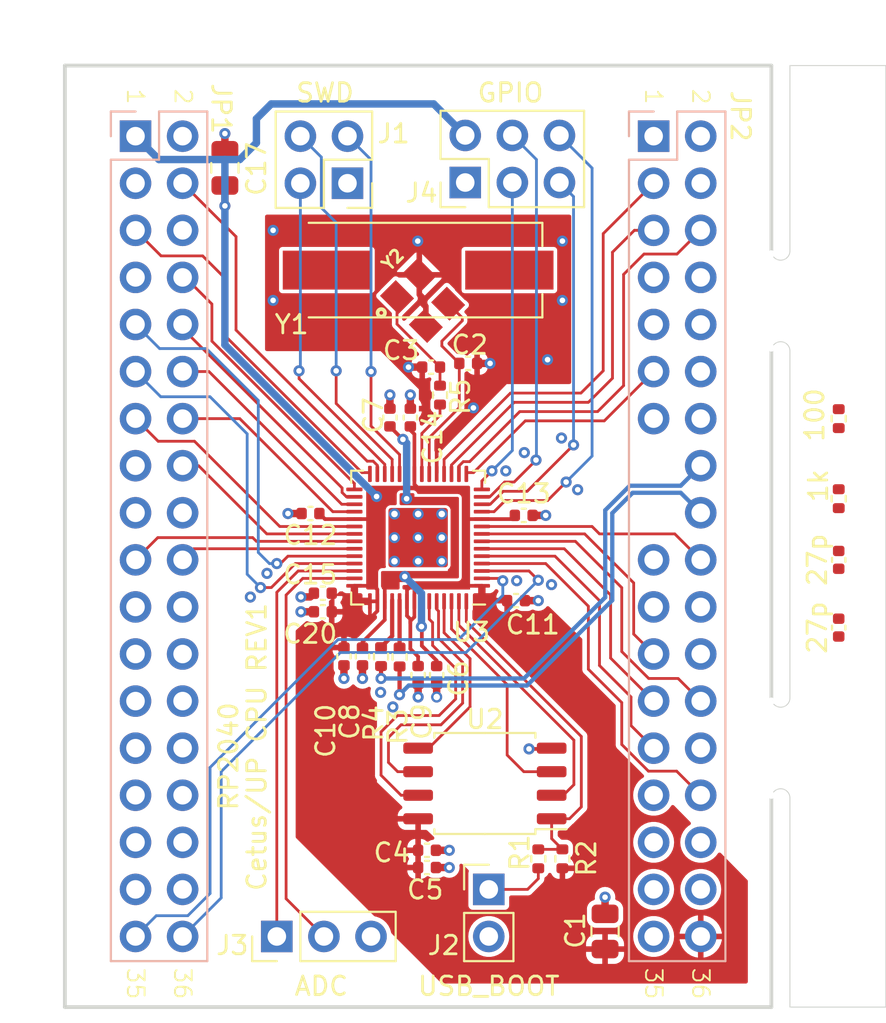
<source format=kicad_pcb>
(kicad_pcb (version 20221018) (generator pcbnew)
  (title_block (title "RP2040 Minimal Design Example") (date "2020-07-13") (rev "REV1") (company "Raspberry Pi (Trading) Ltd"))
  (layers (0 "F.Cu" signal) (1 "In1.Cu" signal) (2 "In2.Cu" signal) (31 "B.Cu" signal) (34 "B.Paste" user) (35 "F.Paste" user) (36 "B.SilkS" user "B.Silkscreen") (37 "F.SilkS" user "F.Silkscreen") (38 "B.Mask" user) (39 "F.Mask" user) (44 "Edge.Cuts" user))
  (net 0 "")
  (net 1 "GND")
  (net 2 "/XIN")
  (net 3 "/XOUT")
  (net 4 "+3V3")
  (net 5 "+1V1")
  (net 6 "/~{USB_BOOT}")
  (net 7 "/GPIO28_ADC2")
  (net 8 "/RUN")
  (net 9 "/SWD")
  (net 10 "/SWCLK")
  (net 11 "/QSPI_SS")
  (net 14 "/QSPI_SD3")
  (net 15 "/QSPI_SCLK")
  (net 16 "/QSPI_SD0")
  (net 17 "/QSPI_SD2")
  (net 18 "/QSPI_SD1")
  (net 19 "/USB_D+")
  (net 20 "/USB_D-")
  (net 22 "/BUZZER")
  (net 24 "/EXT_TEMP")
  (net 25 "/BED_TEMP")
  (net 26 "/MOTOR_PWR")
  (net 29 "/DIR_X")
  (net 36 "/DIR_E")
  (net 37 "/LIM_Y")
  (net 38 "/BTN")
  (net 39 "/DOOR")
  (net 41 "/LED")
  (net 42 "/AMP_MOD1")
  (net 43 "/AMP_MOD2")
  (net 44 "/EXT_HEAT")
  (net 45 "/BED_HEAT")
  (net 47 "/STEP_X")
  (net 54 "/STEP_E")
  (net 57 "/INP")
  (net 59 "/STEP_Y")
  (net 60 "/DIR_Y")
  (net 65 "/LIGHT")
  (net 72 "/LIM_X")
  (net 74 "/LIM_Z")
  (net 76 "/STEP_Z")
  (net 77 "/DIR_Z")
  (net 80 "Net-(U3-USB_DP)")
  (net 81 "Net-(U3-USB_DM)")
  (net 82 "/GPIO29_ADC3")
  (net 89 "/GPIO5")
  (net 90 "/GPIO4")
  (net 91 "/GPIO3")
  (net 92 "/GPIO2")
  (net 93 "Net-(C3-Pad1)")
  (footprint "Connector_PinHeader_2.54mm:PinHeader_1x02_P2.54mm_Vertical" (layer "F.Cu") (at 163.83 119.38)
    (fp_text reference "J2")
    (fp_text value "Conn_01x02")
  )
  (footprint "Capacitor_SMD:C_0402_1005Metric" (layer "F.Cu") (at 156.02 106.81 -90)
    (fp_text reference "C10")
    (fp_text value "2.2u")
  )
  (footprint "Capacitor_SMD:C_0402_1005Metric" (layer "F.Cu") (at 157.02 106.81 -90)
    (fp_text reference "C8")
    (fp_text value "2.2u")
  )
  (footprint "Capacitor_SMD:C_0402_1005Metric" (layer "F.Cu") (at 165.715 99.2)
    (fp_text reference "C13")
    (fp_text value "100n")
  )
  (footprint "Capacitor_SMD:C_0402_1005Metric" (layer "F.Cu") (at 160.5 117.27)
    (fp_text reference "C5")
    (fp_text value "100n")
  )
  (footprint "Resistor_SMD:R_0402_1005Metric" (layer "F.Cu") (at 167.8 117.73 90)
    (fp_text reference "R2")
    (fp_text value "DNF")
  )
  (footprint "Package_SO:SOIC-8_5.23x5.23mm_P1.27mm" (layer "F.Cu") (at 163.62 113.665 180)
    (fp_text reference "U2")
    (fp_text value "W25Q128JVS")
  )
  (footprint "Capacitor_SMD:C_0402_1005Metric" (layer "F.Cu") (at 160.72 91.2 180)
    (fp_text reference "C3")
    (fp_text value "30p")
  )
  (footprint "Resistor_SMD:R_0402_1005Metric" (layer "F.Cu") (at 166.5 117.73 -90)
    (fp_text reference "R1")
    (fp_text value "1k")
  )
  (footprint "Capacitor_SMD:C_0402_1005Metric" (layer "F.Cu") (at 160.02 107.81 -90)
    (fp_text reference "C9")
    (fp_text value "100n")
  )
  (footprint "Capacitor_SMD:C_0402_1005Metric" (layer "F.Cu") (at 154.215 99.1 180)
    (fp_text reference "C12")
    (fp_text value "100n")
  )
  (footprint "Capacitor_SMD:C_0402_1005Metric" (layer "F.Cu") (at 159.6 93.92 90)
    (fp_text reference "C14")
    (fp_text value "100n")
  )
  (footprint "Resistor_SMD:R_0402_1005Metric" (layer "F.Cu") (at 159.02 106.84 90)
    (fp_text reference "R3")
    (fp_text value "22")
  )
  (footprint "Capacitor_SMD:C_0402_1005Metric" (layer "F.Cu") (at 158.5 93.92 90)
    (fp_text reference "C7")
    (fp_text value "100n")
  )
  (footprint "Capacitor_SMD:C_0402_1005Metric" (layer "F.Cu") (at 165.3 103.8)
    (fp_text reference "C11")
    (fp_text value "100n")
  )
  (footprint "RP2040_minimal:RP2040-QFN-56" (layer "F.Cu") (at 160.02 100.4 180)
    (fp_text reference "U3")
    (fp_text value "RP2040")
  )
  (footprint "Capacitor_SMD:C_0402_1005Metric" (layer "F.Cu") (at 162.72 91)
    (fp_text reference "C2")
    (fp_text value "30p")
  )
  (footprint "Resistor_SMD:R_0402_1005Metric" (layer "F.Cu") (at 158.02 106.82 90)
    (fp_text reference "R4")
    (fp_text value "22")
  )
  (footprint "Capacitor_SMD:C_0402_1005Metric" (layer "F.Cu") (at 161.02 107.81 -90)
    (fp_text reference "C6")
    (fp_text value "100n")
  )
  (footprint "Capacitor_SMD:C_0402_1005Metric" (layer "F.Cu") (at 154.88 103.4 180)
    (fp_text reference "C15")
    (fp_text value "100n")
  )
  (footprint "Resistor_SMD:R_0402_1005Metric" (layer "F.Cu") (at 161.2 92.71 90)
    (fp_text reference "R5")
    (fp_text value "470")
  )
  (footprint "RP2040_minimal:Crystal_SMD_HC49-US" (layer "F.Cu") (at 160.02 85.966 180)
    (fp_text reference "Y1")
    (fp_text value "ABLS-12.000MHZ-B4-T")
  )
  (footprint "Capacitor_SMD:C_0805_2012Metric" (layer "F.Cu") (at 149.6 80.45 90)
    (fp_text reference "C17")
    (fp_text value "47u")
  )
  (footprint "Resistor_SMD:R_0402_1005Metric" (layer "F.Cu") (at 182.7 93.98 90)
    (fp_text reference "R6" hide)
    (fp_text value "100")
  )
  (footprint "Capacitor_SMD:C_0402_1005Metric" (layer "F.Cu") (at 182.7 105.255 -90)
    (fp_text reference "C16" hide)
    (fp_text value "27p")
  )
  (footprint "Capacitor_SMD:C_0402_1005Metric" (layer "F.Cu") (at 182.7 101.6 -90)
    (fp_text reference "C18" hide)
    (fp_text value "27p")
  )
  (footprint "Resistor_SMD:R_0402_1005Metric" (layer "F.Cu") (at 182.7 98.3 90)
    (fp_text reference "R7" hide)
    (fp_text value "1k")
  )
  (footprint "Capacitor_SMD:C_0402_1005Metric" (layer "F.Cu") (at 154.88 104.4 180)
    (fp_text reference "C20")
    (fp_text value "100n")
  )
  (footprint "Connector_PinHeader_2.54mm:PinHeader_1x03_P2.54mm_Vertical" (layer "F.Cu") (at 152.4 121.92 90)
    (fp_text reference "J3")
    (fp_text value "Conn_01x02")
  )
  (footprint "Capacitor_SMD:C_0805_2012Metric" (layer "F.Cu") (at 170.1 121.65 90)
    (fp_text reference "C1")
    (fp_text value "47u")
  )
  (footprint "RP2040_minimal:mouse-bite-1mm-slot_singlesided" (layer "F.Cu") (at 179.57 111.76 90)
    (fp_text reference "mouse-bite-2mm-slot" hide)
    (fp_text value "VAL**" hide)
  )
  (footprint "Connector_PinHeader_2.54mm:PinHeader_2x03_P2.54mm_Vertical" (layer "F.Cu") (at 162.56 81.24 90)
    (fp_text reference "J4")
    (fp_text value "Conn_02x03_Odd_Even")
  )
  (footprint "Connector_PinHeader_2.54mm:PinHeader_2x02_P2.54mm_Vertical" (layer "F.Cu") (at 156.21 81.28 180)
    (fp_text reference "J1")
    (fp_text value "Conn_01x03")
  )
  (footprint "Capacitor_SMD:C_0402_1005Metric" (layer "F.Cu") (at 160.5 118.2)
    (fp_text reference "C4")
    (fp_text value "2.2u")
  )
  (footprint "X322516MLB4SI:OSC_X322516MLB4SI" (layer "F.Cu") (at 160.26 87.6 45)
    (fp_text reference "Y2")
    (fp_text value "X322516MLB4SI")
  )
  (footprint "RP2040_minimal:mouse-bite-1mm-slot_singlesided" (layer "F.Cu") (at 179.57 87.63 90)
    (fp_text reference "mouse-bite-2mm-slot" hide)
    (fp_text value "VAL**" hide)
  )
  (footprint "RP2040_minimal:PinHeader_2x18_P2.54mm_Vertical_backside" (layer "B.Cu") (at 147.32 78.74 180)
    (fp_text reference "JP1")
    (fp_text value "Conn_02x18_Odd_Even")
  )
  (footprint "RP2040_minimal:PinHeader_2x18_P2.54mm_Vertical_backside_pads15+17_removed" (layer "B.Cu") (at 175.26 78.74 180)
    (fp_text reference "JP2")
    (fp_text value "Conn_02x18_Odd_Even")
  )
  (gr_line (start 179.07 125.73) (end 140.97 125.73) (stroke (width 0.2)) (layer "Edge.Cuts"))
  (gr_line (start 179.07 74.93) (end 179.07 84.93) (stroke (width 0.2)) (layer "Edge.Cuts"))
  (gr_line (start 179.07 90.33) (end 179.07 109.05) (stroke (width 0.2)) (layer "Edge.Cuts"))
  (gr_line (start 179.07 114.45) (end 179.07 125.73) (stroke (width 0.2)) (layer "Edge.Cuts"))
  (gr_line (start 140.97 74.93) (end 179.07 74.93) (stroke (width 0.2)) (layer "Edge.Cuts"))
  (gr_line (start 140.97 125.73) (end 140.97 74.93) (stroke (width 0.2)) (layer "Edge.Cuts"))
  (gr_line (start 180.07 90.33) (end 180.07 109.05) (stroke (width 0.05)) (layer "Edge.Cuts"))
  (gr_line (start 180.07 74.93) (end 180.07 84.93) (stroke (width 0.05)) (layer "Edge.Cuts"))
  (gr_line (start 185.24 74.93) (end 180.07 74.93) (stroke (width 0.05)) (layer "Edge.Cuts"))
  (gr_line (start 180.07 114.45) (end 180.07 125.73) (stroke (width 0.05)) (layer "Edge.Cuts"))
  (gr_arc (start 179.07 90.33) (mid 179.57 89.83) (end 180.07 90.33) (stroke (width 0.05)) (layer "Edge.Cuts"))
  (gr_line (start 185.24 125.73) (end 185.24 74.93) (stroke (width 0.05)) (layer "Edge.Cuts"))
  (gr_arc (start 179.07 114.45) (mid 179.57 113.95) (end 180.07 114.45) (stroke (width 0.05)) (layer "Edge.Cuts"))
  (gr_line (start 180.07 125.73) (end 185.24 125.73) (stroke (width 0.05)) (layer "Edge.Cuts"))
  (gr_arc (start 180.07 109.05) (mid 179.57 109.55) (end 179.07 109.05) (stroke (width 0.05)) (layer "Edge.Cuts"))
  (gr_arc (start 180.07 84.93) (mid 179.57 85.43) (end 179.07 84.93) (stroke (width 0.05)) (layer "Edge.Cuts"))
  (gr_text "35" (at 144.78 124.46 -90) (layer "F.SilkS") (effects (font (size 0.9 0.9) (thickness 0.1))))
  (gr_text "2" (at 175.26 76.6 -90) (layer "F.SilkS") (effects (font (size 0.9 0.9) (thickness 0.1))))
  (gr_text "35" (at 172.72 124.46 -90) (layer "F.SilkS") (effects (font (size 0.9 0.9) (thickness 0.1))))
  (gr_text "36" (at 147.32 124.46 -90) (layer "F.SilkS") (effects (font (size 0.9 0.9) (thickness 0.1))))
  (gr_text "36" (at 175.26 124.46 -90) (layer "F.SilkS") (effects (font (size 0.9 0.9) (thickness 0.1))))
  (gr_text "RP2040" (at 149.8 112.2 90) (layer "F.SilkS") (effects (font (size 1 1))))
  (gr_text "GPIO" (at 165 76.4) (layer "F.SilkS") (effects (font (size 1 1))))
  (gr_text "ADC" (at 154.8 124.6) (layer "F.SilkS") (effects (font (size 1 1))))
  (gr_text "SWD" (at 155 76.4) (layer "F.SilkS") (effects (font (size 1 1))))
  (gr_text "1" (at 172.72 76.6 -90) (layer "F.SilkS") (effects (font (size 0.9 0.9) (thickness 0.1))))
  (gr_text "USB_BOOT" (at 163.83 124.6) (layer "F.SilkS") (effects (font (size 1 1))))
  (gr_text "Cetus/UP CPU REV1" (at 151.324 111.692 90) (layer "F.SilkS") (effects (font (size 1 1))))
  (gr_text "2" (at 147.35 76.6 -90) (layer "F.SilkS") (effects (font (size 0.9 0.9) (thickness 0.1))))
  (gr_text "1" (at 144.78 76.6 -90) (layer "F.SilkS") (effects (font (size 0.9 0.9) (thickness 0.1))))
  (segment (start 159.6 92.7) (end 159.6 93.44) (width 0.4) (layer "F.Cu") (net 1))
  (segment (start 160.98 118.2) (end 161.7 118.2) (width 0.4) (layer "F.Cu") (net 1))
  (segment (start 170.1 120.7) (end 170.1 119.8) (width 0.4) (layer "F.Cu") (net 1))
  (segment (start 153.6625 99.1) (end 153 99.1) (width 0.4) (layer "F.Cu") (net 1))
  (segment (start 156.02 107.29) (end 156.02 108) (width 0.4) (layer "F.Cu") (net 1))
  (segment (start 161.02 96.8925) (end 161.02 95.38) (width 0.2) (layer "F.Cu") (net 1))
  (segment (start 154.2 103.6) (end 154.4 103.4) (width 0.4) (layer "F.Cu") (net 1))
  (segment (start 167.2 111.8) (end 166 111.8) (width 0.2) (layer "F.Cu") (net 1))
  (segment (start 154.35 104.4) (end 153.85 104.4) (width 0.4) (layer "F.Cu") (net 1))
  (segment (start 160.436777 88.036777) (end 160.1 87.7) (width 0.2) (layer "F.Cu") (net 1))
  (segment (start 153.7 103.6) (end 154.2 103.6) (width 0.4) (layer "F.Cu") (net 1))
  (segment (start 160.436777 88.978858) (end 160.436777 88.036777) (width 0.2) (layer "F.Cu") (net 1))
  (segment (start 160.083223 87.183223) (end 160.35 87.45) (width 0.2) (layer "F.Cu") (net 1))
  (segment (start 162.1 87) (end 162.6 87.5) (width 0.2) (layer "F.Cu") (net 1))
  (segment (start 160.083223 86.221142) (end 160.083223 87.183223) (width 0.2) (layer "F.Cu") (net 1))
  (segment (start 160.98 117.27) (end 161.7 117.27) (width 0.4) (layer "F.Cu") (net 1))
  (segment (start 158.5 93.44) (end 158.5 92.7) (width 0.4) (layer "F.Cu") (net 1))
  (segment (start 157.02 107.29) (end 157.02 108) (width 0.4) (layer "F.Cu") (net 1))
  (segment (start 161.02 108.300008) (end 161.02 109) (width 0.4) (layer "F.Cu") (net 1))
  (segment (start 166.195 99.2) (end 166.9 99.2) (width 0.4) (layer "F.Cu") (net 1))
  (segment (start 160.24 91.2) (end 159.5 91.2) (width 0.4) (layer "F.Cu") (net 1))
  (segment (start 163.9 91) (end 163.2 91) (width 0.4) (layer "F.Cu") (net 1))
  (segment (start 161.02 95.38) (end 163 93.4) (width 0.2) (layer "F.Cu") (net 1))
  (segment (start 160.02 108.3) (end 160.02 109) (width 0.4) (layer "F.Cu") (net 1))
  (segment (start 157.9 87) (end 157.6 87.3) (width 0.2) (layer "F.Cu") (net 1))
  (segment (start 149.6 79.5) (end 149.6 78.6) (width 0.4) (layer "F.Cu") (net 1))
  (segment (start 165.8 103.8) (end 166.5 103.8) (width 0.4) (layer "F.Cu") (net 1))
  (via (at 152.2 83.82) (size 0.6) (drill 0.3) (layers "F.Cu" "B.Cu") (net 1))
  (via (at 167.8 84.4) (size 0.6) (drill 0.3) (layers "F.Cu" "B.Cu") (net 1))
  (via (at 167.8 87.6) (size 0.6) (drill 0.3) (layers "F.Cu" "B.Cu") (net 1))
  (via (at 163.9 91) (size 0.6) (drill 0.3) (layers "F.Cu" "B.Cu") (net 1))
  (via (at 153.7 104.4) (size 0.6) (drill 0.3) (layers "F.Cu" "B.Cu") (net 1))
  (via (at 159.6 92.7) (size 0.6) (drill 0.3) (layers "F.Cu" "B.Cu") (net 1))
  (via (at 152.2 87.6) (size 0.6) (drill 0.3) (layers "F.Cu" "B.Cu") (net 1))
  (via (at 167 90.8) (size 0.6) (drill 0.3) (layers "F.Cu" "B.Cu") (net 1))
  (via (at 149.6 78.6) (size 0.6) (drill 0.3) (layers "F.Cu" "B.Cu") (net 1))
  (via (at 161.7 117.27) (size 0.6) (drill 0.3) (layers "F.Cu" "B.Cu") (net 1))
  (via (at 166.5 103.8) (size 0.6) (drill 0.3) (layers "F.Cu" "B.Cu") (net 1))
  (via (at 168.623624 97.81575) (size 0.6) (drill 0.3) (layers "F.Cu" "B.Cu") (net 1))
  (via (at 151.870022 102.329978) (size 0.6) (drill 0.3) (layers "F.Cu" "B.Cu") (net 1))
  (via (at 167.750325 95.026267) (size 0.6) (drill 0.3) (layers "F.Cu" "B.Cu") (net 1))
  (via (at 161.02 109) (size 0.6) (drill 0.35) (layers "F.Cu" "B.Cu") (net 1))
  (via (at 166.9 99.2) (size 0.6) (drill 0.3) (layers "F.Cu" "B.Cu") (net 1))
  (via (at 165.745338 95.811342) (size 0.6) (drill 0.3) (layers "F.Cu" "B.Cu") (net 1))
  (via (at 164.749503 96.8) (size 0.6) (drill 0.3) (layers "F.Cu" "B.Cu") (net 1))
  (via (at 158.5 92.7) (size 0.6) (drill 0.3) (layers "F.Cu" "B.Cu") (net 1))
  (via (at 153 99.1) (size 0.6) (drill 0.3) (layers "F.Cu" "B.Cu") (net 1))
  (via (at 157.99503 108.749086) (size 0.6) (drill 0.3) (layers "F.Cu" "B.Cu") (net 1))
  (via (at 163 93.4) (size 0.6) (drill 0.3) (layers "F.Cu" "B.Cu") (net 1))
  (via (at 170.1 119.8) (size 0.6) (drill 0.3) (layers "F.Cu" "B.Cu") (net 1))
  (via (at 153.7 103.6) (size 0.6) (drill 0.3) (layers "F.Cu" "B.Cu") (net 1))
  (via (at 157.02 108) (size 0.6) (drill 0.3) (layers "F.Cu" "B.Cu") (net 1))
  (via (at 160.02 109) (size 0.6) (drill 0.3) (layers "F.Cu" "B.Cu") (net 1))
  (via (at 166 111.8) (size 0.6) (drill 0.3) (layers "F.Cu" "B.Cu") (net 1))
  (via (at 159.5 91.2) (size 0.6) (drill 0.3) (layers "F.Cu" "B.Cu") (net 1))
  (via (at 158.657698 109.534822) (size 0.6) (drill 0.3) (layers "F.Cu" "B.Cu") (net 1))
  (via (at 161.7 118.2) (size 0.6) (drill 0.3) (layers "F.Cu" "B.Cu") (net 1))
  (via (at 156.02 108) (size 0.6) (drill 0.3) (layers "F.Cu" "B.Cu") (net 1))
  (via (at 160 84.4) (size 0.6) (drill 0.3) (layers "F.Cu" "B.Cu") (net 1))
  (via (at 165.335794 102.7245) (size 0.6) (drill 0.3) (layers "F.Cu" "B.Cu") (net 1))
  (via (at 150.972676 103.605429) (size 0.6) (drill 0.3) (layers "F.Cu" "B.Cu") (net 1))
  (via (at 167.211041 102.937014) (size 0.6) (drill 0.3) (layers "F.Cu" "B.Cu") (net 1))
  (segment (start 162.4 88.537919) (end 161.638858 87.776777) (width 0.15) (layer "F.Cu") (net 2))
  (segment (start 160.612132 95.012132) (end 162.24 93.384264) (width 0.15) (layer "F.Cu") (net 2))
  (segment (start 162.24 93.384264) (end 162.24 91) (width 0.15) (layer "F.Cu") (net 2))
  (segment (start 162.4 88.7) (end 162.4 88.537919) (width 0.15) (layer "F.Cu") (net 2))
  (segment (start 160.62 96.8925) (end 160.62 95.02) (width 0.15) (layer "F.Cu") (net 2))
  (segment (start 161.3 89.8) (end 162.4 88.7) (width 0.15) (layer "F.Cu") (net 2))
  (segment (start 161.3 90.06) (end 161.3 89.8) (width 0.15) (layer "F.Cu") (net 2))
  (segment (start 162.24 91) (end 161.3 90.06) (width 0.15) (layer "F.Cu") (net 2))
  (segment (start 160.62 95.02) (end 160.612132 95.012132) (width 0.15) (layer "F.Cu") (net 2))
  (segment (start 160.22 96.8925) (end 160.22 94.78) (width 0.15) (layer "F.Cu") (net 3))
  (segment (start 161.2 93.8) (end 161.2 93.22) (width 0.15) (layer "F.Cu") (net 3))
  (segment (start 160.22 94.78) (end 161.2 93.8) (width 0.15) (layer "F.Cu") (net 3))
  (segment (start 159.82 97.53) (end 159.82 94.82) (width 0.2) (layer "F.Cu") (net 4))
  (segment (start 159.6 104.8) (end 159.6 105) (width 0.2) (layer "F.Cu") (net 4))
  (segment (start 163.4575 103.1) (end 163.4575 103.7575) (width 0.4) (layer "F.Cu") (net 4))
  (segment (start 160.02 117.25) (end 160 117.27) (width 0.2) (layer "F.Cu") (net 4))
  (segment (start 159.6 105) (end 159.6 104.9) (width 0.2) (layer "F.Cu") (net 4))
  (segment (start 157.82 103.2) (end 157.62 103) (width 0.2) (layer "F.Cu") (net 4))
  (segment (start 157.82 104.3625) (end 157.82 103.2) (width 0.2) (layer "F.Cu") (net 4))
  (segment (start 163.4575 103) (end 162.62 103) (width 0.2) (layer "F.Cu") (net 4))
  (segment (start 159.82 104.68) (end 159.82 103.025) (width 0.2) (layer "F.Cu") (net 4))
  (segment (start 157.32 103.8375) (end 156.7625 103.8375) (width 0.4) (layer "F.Cu") (net 4))
  (segment (start 159.62 103.025) (end 159.42 103.225) (width 0.2) (layer "F.Cu") (net 4))
  (segment (start 156.5825 103.1) (end 156.5825 103.6825) (width 0.4) (layer "F.Cu") (net 4))
  (segment (start 156.62 105.5625) (end 157.82 104.3625) (width 0.2) (layer "F.Cu") (net 4))
  (segment (start 156.58125 99.4) (end 157.41875 99.4) (width 0.2) (layer "F.Cu") (net 4))
  (segment (start 159.6 94.6) (end 159.6 94.4) (width 0.2) (layer "F.Cu") (net 4))
  (segment (start 154.9 99.3) (end 154.7 99.1) (width 0.2) (layer "F.Cu") (net 4))
  (segment (start 160.02 106.82) (end 160.02 107.33) (width 0.2) (layer "F.Cu") (net 4))
  (segment (start 156.58125 103) (end 157.41875 103) (width 0.2) (layer "F.Cu") (net 4))
  (segment (start 160.02 97.73) (end 159.82 97.53) (width 0.2) (layer "F.Cu") (net 4))
  (segment (start 163.4575 99.4) (end 162.6 99.4) (width 0.2) (layer "F.Cu") (net 4))
  (segment (start 163.4575 99.4) (end 165.235 99.4) (width 0.2) (layer "F.Cu") (net 4))
  (segment (start 154.995 99.4) (end 154.695 99.1) (width 0.2) (layer "F.Cu") (net 4))
  (segment (start 149.6 81.4) (end 149.6 82.5) (width 0.4) (layer "F.Cu") (net 4))
  (segment (start 159.6 106.4) (end 160.02 106.82) (width 0.2) (layer "F.Cu") (net 4))
  (segment (start 159.42 103.225) (end 159.42 104.62) (width 0.2) (layer "F.Cu") (net 4))
  (segment (start 159.6 105) (end 159.6 106.4) (width 0.2) (layer "F.Cu") (net 4))
  (segment (start 159.82 94.82) (end 159.6 94.6) (width 0.2) (layer "F.Cu") (net 4))
  (segment (start 159.42 104.62) (end 159.6 104.8) (width 0.2) (layer "F.Cu") (net 4))
  (segment (start 159.6 104.9) (end 159.82 104.68) (width 0.2) (layer "F.Cu") (net 4))
  (segment (start 156.5825 99.4) (end 154.995 99.4) (width 0.2) (layer "F.Cu") (net 4))
  (via (at 149.6 82.5) (size 0.6) (drill 0.3) (layers "F.Cu" "B.Cu") (net 4))
  (via (at 157.78 98.18) (size 0.6) (drill 0.3) (layers "F.Cu" "B.Cu") (net 4))
  (segment (start 149.6 90) (end 149.6 82.5) (width 0.4) (layer "B.Cu") (net 4))
  (segment (start 149.6 82.5) (end 149.6 80) (width 0.4) (layer "B.Cu") (net 4))
  (segment (start 146.04 80) (end 149.6 80) (width 0.4) (layer "B.Cu") (net 4))
  (segment (start 149.6 80) (end 150.4 80) (width 0.4) (layer "B.Cu") (net 4))
  (segment (start 144.78 78.74) (end 146.04 80) (width 0.4) (layer "B.Cu") (net 4))
  (segment (start 160.86 77) (end 162.56 78.7) (width 0.4) (layer "B.Cu") (net 4))
  (segment (start 152.1 77) (end 160.86 77) (width 0.4) (layer "B.Cu") (net 4))
  (segment (start 151.3 79.1) (end 151.3 77.8) (width 0.4) (layer "B.Cu") (net 4))
  (segment (start 157.78 98.18) (end 149.6 90) (width 0.4) (layer "B.Cu") (net 4))
  (segment (start 151.3 77.8) (end 152.1 77) (width 0.4) (layer "B.Cu") (net 4))
  (segment (start 150.4 80) (end 151.3 79.1) (width 0.4) (layer "B.Cu") (net 4))
  (segment (start 159.2 95.11) (end 159.42 95.33) (width 0.2) (layer "F.Cu") (net 5))
  (segment (start 160.22 105.18) (end 160.2 105.2) (width 0.2) (layer "F.Cu") (net 5))
  (segment (start 160.22 103.7675) (end 160.22 105.18) (width 0.2) (layer "F.Cu") (net 5))
  (segment (start 158.52 94.4333) (end 158.5233 94.4333) (width 0.2) (layer "F.Cu") (net 5))
  (segment (start 160.22 105.22) (end 160.22 106.235025) (width 0.2) (layer "F.Cu") (net 5))
  (segment (start 159.42 95.33) (end 159.42 96.8925) (width 0.2) (layer "F.Cu") (net 5))
  (segment (start 158.5233 94.4333) (end 159.19 95.1) (width 0.2) (layer "F.Cu") (net 5))
  (segment (start 158.22 103.8755) (end 158.22 103) (width 0.2) (layer "F.Cu") (net 5))
  (segment (start 158.22 104.838) (end 157.02 106.038) (width 0.2) (layer "F.Cu") (net 5))
  (segment (start 159.2 95.1) (end 159.2 95.11) (width 0.2) (layer "F.Cu") (net 5))
  (segment (start 161.02 107.035025) (end 161.02 107.33) (width 0.2) (layer "F.Cu") (net 5))
  (segment (start 157.02 106.038) (end 157.02 106.438) (width 0.2) (layer "F.Cu") (net 5))
  (segment (start 160.2 105.2) (end 160.22 105.22) (width 0.2) (layer "F.Cu") (net 5))
  (segment (start 160.22 106.235025) (end 161.02 107.035025) (width 0.2) (layer "F.Cu") (net 5))
  (segment (start 159.19 95.1) (end 159.2 95.1) (width 0.2) (layer "F.Cu") (net 5))
  (segment (start 158.22 103.8755) (end 158.22 104.838) (width 0.2) (layer "F.Cu") (net 5))
  (via (at 159.2 95.1) (size 0.6) (drill 0.3) (layers "F.Cu" "B.Cu") (net 5))
  (via (at 160.2 105.2) (size 0.6) (drill 0.3) (layers "F.Cu" "B.Cu") (net 5))
  (via (at 159.3 102.5) (size 0.6) (drill 0.3) (layers "F.Cu" "B.Cu") (net 5))
  (via (at 159.4 98.3) (size 0.6) (drill 0.3) (layers "F.Cu" "B.Cu") (net 5))
  (segment (start 160.2 103.4) (end 160.2 105.2) (width 0.4) (layer "B.Cu") (net 5))
  (segment (start 159.3 102.5) (end 160.2 103.4) (width 0.4) (layer "B.Cu") (net 5))
  (segment (start 159.4 98.3) (end 159.4 95.3) (width 0.4) (layer "B.Cu") (net 5))
  (segment (start 159.4 95.3) (end 159.2 95.1) (width 0.4) (layer "B.Cu") (net 5))
  (segment (start 165.92 119.38) (end 163.83 119.38) (width 0.15) (layer "F.Cu") (net 6))
  (segment (start 166.5 118.8) (end 165.92 119.38) (width 0.15) (layer "F.Cu") (net 6))
  (segment (start 166.5 118.24) (end 166.5 118.8) (width 0.15) (layer "F.Cu") (net 6))
  (segment (start 156.5825 102.2) (end 153.55 102.2) (width 0.15) (layer "F.Cu") (net 7))
  (segment (start 152.4 103.35) (end 152.4 121.92) (width 0.15) (layer "F.Cu") (net 7))
  (segment (start 153.55 102.2) (end 152.4 103.35) (width 0.15) (layer "F.Cu") (net 7))
  (segment (start 158.22 96.444264) (end 153.6 91.824264) (width 0.15) (layer "F.Cu") (net 8))
  (segment (start 153.6 91.824264) (end 153.6 91.4) (width 0.15) (layer "F.Cu") (net 8))
  (segment (start 158.22 96.9625) (end 158.22 96.444264) (width 0.15) (layer "F.Cu") (net 8))
  (via (at 153.6 91.4) (size 0.6) (drill 0.3) (layers "F.Cu" "B.Cu") (net 8))
  (segment (start 153.67 91.33) (end 153.67 81.28) (width 0.15) (layer "B.Cu") (net 8))
  (segment (start 153.6 91.4) (end 153.67 91.33) (width 0.15) (layer "B.Cu") (net 8))
  (segment (start 155.6 93.162132) (end 155.6 91.4) (width 0.15) (layer "F.Cu") (net 9))
  (segment (start 158.62 96.182132) (end 155.6 93.162132) (width 0.15) (layer "F.Cu") (net 9))
  (segment (start 158.62 96.9625) (end 158.62 96.182132) (width 0.15) (layer "F.Cu") (net 9))
  (via (at 155.6 91.4) (size 0.6) (drill 0.3) (layers "F.Cu" "B.Cu") (net 9))
  (segment (start 154.8 79.87) (end 153.67 78.74) (width 0.15) (layer "B.Cu") (net 9))
  (segment (start 154.8 82.6) (end 154.8 79.87) (width 0.15) (layer "B.Cu") (net 9))
  (segment (start 155.6 91.4) (end 155.6 83.4) (width 0.15) (layer "B.Cu") (net 9))
  (segment (start 155.6 83.4) (end 154.8 82.6) (width 0.15) (layer "B.Cu") (net 9))
  (segment (start 157.48 94.38) (end 157.48 91.44) (width 0.15) (layer "F.Cu") (net 10))
  (segment (start 159.02 95.92) (end 157.48 94.38) (width 0.15) (layer "F.Cu") (net 10))
  (segment (start 159.02 96.9625) (end 159.02 95.92) (width 0.15) (layer "F.Cu") (net 10))
  (via (at 157.48 91.44) (size 0.6) (drill 0.3) (layers "F.Cu" "B.Cu") (net 10))
  (segment (start 157.48 80.01) (end 156.21 78.74) (width 0.15) (layer "B.Cu") (net 10))
  (segment (start 157.48 91.44) (end 157.48 80.01) (width 0.15) (layer "B.Cu") (net 10))
  (segment (start 167.22 116.64) (end 167.8 117.22) (width 0.15) (layer "F.Cu") (net 11))
  (segment (start 168.82 111.13) (end 168.82 114.93) (width 0.15) (layer "F.Cu") (net 11))
  (segment (start 167.22 115.57) (end 167.22 116.64) (width 0.15) (layer "F.Cu") (net 11))
  (segment (start 167.8 117.22) (end 166.5 117.22) (width 0.15) (layer "F.Cu") (net 11))
  (segment (start 168.82 114.93) (end 168.18 115.57) (width 0.15) (layer "F.Cu") (net 11))
  (segment (start 162.62 104.93) (end 168.82 111.13) (width 0.15) (layer "F.Cu") (net 11))
  (segment (start 168.18 115.57) (end 167.22 115.57) (width 0.15) (layer "F.Cu") (net 11))
  (segment (start 162.62 103.7675) (end 162.62 104.93) (width 0.15) (layer "F.Cu") (net 11))
  (segment (start 162.044 107.4575) (end 162.044 109.106) (width 0.15) (layer "F.Cu") (net 14))
  (segment (start 160.8 106.2135) (end 162.044 107.4575) (width 0.15) (layer "F.Cu") (net 14))
  (segment (start 160.8 104.98) (end 160.8 106.2135) (width 0.15) (layer "F.Cu") (net 14))
  (segment (start 162.044 109.106) (end 161.15 110) (width 0.15) (layer "F.Cu") (net 14))
  (segment (start 158.9 110) (end 158.02 110.88) (width 0.15) (layer "F.Cu") (net 14))
  (segment (start 161.15 110) (end 158.9 110) (width 0.15) (layer "F.Cu") (net 14))
  (segment (start 160.62 104.8) (end 160.8 104.98) (width 0.15) (layer "F.Cu") (net 14))
  (segment (start 158.02 110.88) (end 158.02 113.22) (width 0.15) (layer "F.Cu") (net 14))
  (segment (start 158.02 113.22) (end 159.1 114.3) (width 0.15) (layer "F.Cu") (net 14))
  (segment (start 159.1 114.3) (end 160.02 114.3) (width 0.15) (layer "F.Cu") (net 14))
  (segment (start 160.62 103.7035) (end 160.62 104.8) (width 0.15) (layer "F.Cu") (net 14))
  (segment (start 161.12 105.83) (end 162.42 107.13) (width 0.15) (layer "F.Cu") (net 15))
  (segment (start 158.42 111.18) (end 158.42 112.53) (width 0.15) (layer "F.Cu") (net 15))
  (segment (start 161.02 104.263909) (end 161.12 104.363909) (width 0.15) (layer "F.Cu") (net 15))
  (segment (start 161.02 103.7675) (end 161.02 104.263909) (width 0.15) (layer "F.Cu") (net 15))
  (segment (start 158.92 113.03) (end 160.02 113.03) (width 0.15) (layer "F.Cu") (net 15))
  (segment (start 161.12 104.363909) (end 161.12 105.83) (width 0.15) (layer "F.Cu") (net 15))
  (segment (start 159.1 110.5) (end 158.42 111.18) (width 0.15) (layer "F.Cu") (net 15))
  (segment (start 162.42 109.33) (end 161.25 110.5) (width 0.15) (layer "F.Cu") (net 15))
  (segment (start 161.25 110.5) (end 159.1 110.5) (width 0.15) (layer "F.Cu") (net 15))
  (segment (start 158.42 112.53) (end 158.92 113.03) (width 0.15) (layer "F.Cu") (net 15))
  (segment (start 162.42 107.13) (end 162.42 109.33) (width 0.15) (layer "F.Cu") (net 15))
  (segment (start 161.42 103.7675) (end 161.42 105.53) (width 0.15) (layer "F.Cu") (net 16))
  (segment (start 162.82 109.53) (end 160.59 111.76) (width 0.15) (layer "F.Cu") (net 16))
  (segment (start 160.59 111.76) (end 160.02 111.76) (width 0.15) (layer "F.Cu") (net 16))
  (segment (start 162.82 106.93) (end 162.82 109.53) (width 0.15) (layer "F.Cu") (net 16))
  (segment (start 161.42 105.53) (end 162.82 106.93) (width 0.15) (layer "F.Cu") (net 16))
  (segment (start 164.82 108.33) (end 164.82 112.13) (width 0.15) (layer "F.Cu") (net 17))
  (segment (start 165.72 113.03) (end 167.22 113.03) (width 0.15) (layer "F.Cu") (net 17))
  (segment (start 161.82 103.7675) (end 161.82 105.33) (width 0.15) (layer "F.Cu") (net 17))
  (segment (start 161.82 105.33) (end 164.82 108.33) (width 0.15) (layer "F.Cu") (net 17))
  (segment (start 164.82 112.13) (end 165.72 113.03) (width 0.15) (layer "F.Cu") (net 17))
  (segment (start 168.42 113.73) (end 167.85 114.3) (width 0.15) (layer "F.Cu") (net 18))
  (segment (start 168.42 111.33) (end 168.42 113.73) (width 0.15) (layer "F.Cu") (net 18))
  (segment (start 162.219 105.129) (end 168.42 111.33) (width 0.15) (layer "F.Cu") (net 18))
  (segment (start 167.85 114.3) (end 167.22 114.3) (width 0.15) (layer "F.Cu") (net 18))
  (segment (start 162.219 103.7685) (end 162.219 105.129) (width 0.15) (layer "F.Cu") (net 18))
  (segment (start 159.015749 108.876376) (end 159.02 108.872125) (width 0.23) (layer "F.Cu") (net 19))
  (segment (start 159.02 108.872125) (end 159.02 107.35) (width 0.23) (layer "F.Cu") (net 19))
  (via (at 159.015749 108.876376) (size 0.6) (drill 0.3) (layers "F.Cu" "B.Cu") (net 19))
  (segment (start 170.49 103.7787) (end 170.49 99.078702) (width 0.23) (layer "B.Cu") (net 19))
  (segment (start 159.512125 108.38) (end 165.8887 108.38) (width 0.23) (layer "B.Cu") (net 19))
  (segment (start 171.588702 97.98) (end 174.18 97.98) (width 0.23) (layer "B.Cu") (net 19))
  (segment (start 159.015749 108.876376) (end 159.512125 108.38) (width 0.23) (layer "B.Cu") (net 19))
  (segment (start 174.18 97.98) (end 175.26 99.06) (width 0.23) (layer "B.Cu") (net 19))
  (segment (start 170.49 99.078702) (end 171.588702 97.98) (width 0.23) (layer "B.Cu") (net 19))
  (segment (start 165.8887 108.38) (end 170.49 103.7787) (width 0.23) (layer "B.Cu") (net 19))
  (segment (start 158.02 108) (end 158.02 107.33) (width 0.23) (layer "F.Cu") (net 20))
  (via (at 158.02 108) (size 0.6) (drill 0.3) (layers "F.Cu" "B.Cu") (net 20))
  (segment (start 170.11 103.621298) (end 170.11 98.921298) (width 0.23) (layer "B.Cu") (net 20))
  (segment (start 158.02 108) (end 165.731298 108) (width 0.23) (layer "B.Cu") (net 20))
  (segment (start 171.431298 97.6) (end 174.18 97.6) (width 0.23) (layer "B.Cu") (net 20))
  (segment (start 174.18 97.6) (end 175.26 96.52) (width 0.23) (layer "B.Cu") (net 20))
  (segment (start 165.731298 108) (end 170.11 103.621298) (width 0.23) (layer "B.Cu") (net 20))
  (segment (start 170.11 98.921298) (end 171.431298 97.6) (width 0.23) (layer "B.Cu") (net 20))
  (segment (start 146.16 85.2) (end 144.78 83.82) (width 0.15) (layer "F.Cu") (net 22))
  (segment (start 156.9925 96.8925) (end 149.5 89.4) (width 0.15) (layer "F.Cu") (net 22))
  (segment (start 149.5 86.3) (end 148.4 85.2) (width 0.15) (layer "F.Cu") (net 22))
  (segment (start 149.5 89.4) (end 149.5 86.3) (width 0.15) (layer "F.Cu") (net 22))
  (segment (start 148.4 85.2) (end 146.16 85.2) (width 0.15) (layer "F.Cu") (net 22))
  (segment (start 157.42 96.8925) (end 156.9925 96.8925) (width 0.15) (layer "F.Cu") (net 22))
  (segment (start 153 101.4) (end 156.5825 101.4) (width 0.15) (layer "F.Cu") (net 24))
  (segment (start 152.6 101.8) (end 153 101.4) (width 0.15) (layer "F.Cu") (net 24))
  (segment (start 152.4 101.8) (end 152.6 101.8) (width 0.15) (layer "F.Cu") (net 24))
  (via (at 152.4 101.8) (size 0.6) (drill 0.3) (layers "F.Cu" "B.Cu") (net 24))
  (segment (start 152 101.8) (end 151.4 101.2) (width 0.15) (layer "B.Cu") (net 24))
  (segment (start 148.6 90.2) (end 146.08 90.2) (width 0.15) (layer "B.Cu") (net 24))
  (segment (start 151.4 93) (end 148.6 90.2) (width 0.15) (layer "B.Cu") (net 24))
  (segment (start 146.08 90.2) (end 144.78 88.9) (width 0.15) (layer "B.Cu") (net 24))
  (segment (start 151.4 101.2) (end 151.4 93) (width 0.15) (layer "B.Cu") (net 24))
  (segment (start 152.4 101.8) (end 152 101.8) (width 0.15) (layer "B.Cu") (net 24))
  (segment (start 152.102867 103.094096) (end 153.396963 101.8) (width 0.15) (layer "F.Cu") (net 25))
  (segment (start 151.520665 103.094096) (end 152.102867 103.094096) (width 0.15) (layer "F.Cu") (net 25))
  (segment (start 153.396963 101.8) (end 156.5825 101.8) (width 0.15) (layer "F.Cu") (net 25))
  (via (at 151.520665 103.094096) (size 0.6) (drill 0.3) (layers "F.Cu" "B.Cu") (net 25))
  (segment (start 150.8 94.8) (end 148.8 92.8) (width 0.15) (layer "B.Cu") (net 25))
  (segment (start 151.520665 103.094096) (end 150.8 102.373431) (width 0.15) (layer "B.Cu") (net 25))
  (segment (start 146.14 92.8) (end 144.78 91.44) (width 0.15) (layer "B.Cu") (net 25))
  (segment (start 148.8 92.8) (end 146.14 92.8) (width 0.15) (layer "B.Cu") (net 25))
  (segment (start 150.8 102.373431) (end 150.8 94.8) (width 0.15) (layer "B.Cu") (net 25))
  (segment (start 147.96014 95.2) (end 146 95.2) (width 0.15) (layer "F.Cu") (net 26))
  (segment (start 146 95.2) (end 144.78 93.98) (width 0.15) (layer "F.Cu") (net 26))
  (segment (start 156.5825 99.8) (end 152.56014 99.8) (width 0.15) (layer "F.Cu") (net 26))
  (segment (start 152.56014 99.8) (end 147.96014 95.2) (width 0.15) (layer "F.Cu") (net 26))
  (segment (start 151.3 100.6) (end 151.1 100.4) (width 0.15) (layer "F.Cu") (net 29))
  (segment (start 156.5825 100.6) (end 151.3 100.6) (width 0.15) (layer "F.Cu") (net 29))
  (segment (start 145.98 100.4) (end 144.78 101.6) (width 0.15) (layer "F.Cu") (net 29))
  (segment (start 151.1 100.4) (end 145.98 100.4) (width 0.15) (layer "F.Cu") (net 29))
  (segment (start 164.457412 102.6) (end 163.4575 102.6) (width 0.15) (layer "F.Cu") (net 36))
  (segment (start 164.586304 102.728892) (end 164.457412 102.6) (width 0.15) (layer "F.Cu") (net 36))
  (via (at 164.586304 102.728892) (size 0.6) (drill 0.3) (layers "F.Cu" "B.Cu") (net 36))
  (segment (start 155.7 105.9) (end 148.8 112.8) (width 0.15) (layer "B.Cu") (net 36))
  (segment (start 162.2 105.9) (end 155.7 105.9) (width 0.15) (layer "B.Cu") (net 36))
  (segment (start 148.8 119.6) (end 147.6 120.8) (width 0.15) (layer "B.Cu") (net 36))
  (segment (start 145.9 120.8) (end 144.78 121.92) (width 0.15) (layer "B.Cu") (net 36))
  (segment (start 164.586304 103.513696) (end 162.2 105.9) (width 0.15) (layer "B.Cu") (net 36))
  (segment (start 164.586304 102.728892) (end 164.586304 103.513696) (width 0.15) (layer "B.Cu") (net 36))
  (segment (start 148.8 112.8) (end 148.8 119.6) (width 0.15) (layer "B.Cu") (net 36))
  (segment (start 147.6 120.8) (end 145.9 120.8) (width 0.15) (layer "B.Cu") (net 36))
  (segment (start 161.42 96.8925) (end 161.42 96.18) (width 0.15) (layer "F.Cu") (net 37))
  (segment (start 170 91.4) (end 170 84) (width 0.15) (layer "F.Cu") (net 37))
  (segment (start 170 84) (end 172.72 81.28) (width 0.15) (layer "F.Cu") (net 37))
  (segment (start 161.42 96.18) (end 165 92.6) (width 0.15) (layer "F.Cu") (net 37))
  (segment (start 168.8 92.6) (end 170 91.4) (width 0.15) (layer "F.Cu") (net 37))
  (segment (start 165 92.6) (end 168.8 92.6) (width 0.15) (layer "F.Cu") (net 37))
  (segment (start 167.4 101.4) (end 169.8 103.8) (width 0.15) (layer "F.Cu") (net 38))
  (segment (start 169.8 103.8) (end 169.8 107.3) (width 0.15) (layer "F.Cu") (net 38))
  (segment (start 171.5 110.54) (end 172.72 111.76) (width 0.15) (layer "F.Cu") (net 38))
  (segment (start 171.5 109) (end 171.5 110.54) (width 0.15) (layer "F.Cu") (net 38))
  (segment (start 169.8 107.3) (end 171.5 109) (width 0.15) (layer "F.Cu") (net 38))
  (segment (start 163.4575 101.4) (end 167.4 101.4) (width 0.15) (layer "F.Cu") (net 38))
  (segment (start 157.275 96.275) (end 150.2 89.2) (width 0.15) (layer "F.Cu") (net 39))
  (segment (start 150.2 89.2) (end 150.2 84.16) (width 0.15) (layer "F.Cu") (net 39))
  (segment (start 150.2 84.16) (end 147.32 81.28) (width 0.15) (layer "F.Cu") (net 39))
  (segment (start 157.594264 96.275) (end 157.275 96.275) (width 0.15) (layer "F.Cu") (net 39))
  (segment (start 157.82 96.8925) (end 157.82 96.500736) (width 0.15) (layer "F.Cu") (net 39))
  (segment (start 157.82 96.500736) (end 157.594264 96.275) (width 0.15) (layer "F.Cu") (net 39))
  (segment (start 156.5825 97.8) (end 156.5825 97.4825) (width 0.15) (layer "F.Cu") (net 41))
  (segment (start 147.46 86.36) (end 147.32 86.36) (width 0.15) (layer "F.Cu") (net 41))
  (segment (start 148.9 89.8) (end 148.9 87.8) (width 0.15) (layer "F.Cu") (net 41))
  (segment (start 156.5825 97.4825) (end 148.9 89.8) (width 0.15) (layer "F.Cu") (net 41))
  (segment (start 148.9 87.8) (end 147.46 86.36) (width 0.15) (layer "F.Cu") (net 41))
  (segment (start 147.32 89.12) (end 147.32 88.9) (width 0.15) (layer "F.Cu") (net 42))
  (segment (start 155.92 97.963909) (end 155.92 97.72) (width 0.15) (layer "F.Cu") (net 42))
  (segment (start 155.92 97.72) (end 147.32 89.12) (width 0.15) (layer "F.Cu") (net 42))
  (segment (start 156.156091 98.2) (end 155.92 97.963909) (width 0.15) (layer "F.Cu") (net 42))
  (segment (start 156.5825 98.2) (end 156.156091 98.2) (width 0.15) (layer "F.Cu") (net 42))
  (segment (start 155.9 98.6) (end 148.74 91.44) (width 0.15) (layer "F.Cu") (net 43))
  (segment (start 148.74 91.44) (end 147.32 91.44) (width 0.15) (layer "F.Cu") (net 43))
  (segment (start 156.5825 98.6) (end 155.9 98.6) (width 0.15) (layer "F.Cu") (net 43))
  (segment (start 156.5825 99) (end 155.421188 99) (width 0.15) (layer "F.Cu") (net 44))
  (segment (start 150.401188 93.98) (end 147.32 93.98) (width 0.15) (layer "F.Cu") (net 44))
  (segment (start 155.421188 99) (end 150.401188 93.98) (width 0.15) (layer "F.Cu") (net 44))
  (segment (start 156.5825 100.2) (end 151.86 100.2) (width 0.15) (layer "F.Cu") (net 45))
  (segment (start 151.86 100.2) (end 148.18 96.52) (width 0.15) (layer "F.Cu") (net 45))
  (segment (start 148.18 96.52) (end 147.32 96.52) (width 0.15) (layer "F.Cu") (net 45))
  (segment (start 147.92 101) (end 156.5825 101) (width 0.15) (layer "F.Cu") (net 47))
  (segment (start 147.32 101.6) (end 147.92 101) (width 0.15) (layer "F.Cu") (net 47))
  (segment (start 166.5 102.7) (end 166 102.2) (width 0.15) (layer "F.Cu") (net 54))
  (segment (start 166 102.2) (end 163.4575 102.2) (width 0.15) (layer "F.Cu") (net 54))
  (via (at 166.5 102.7) (size 0.6) (drill 0.3) (layers "F.Cu" "B.Cu") (net 54))
  (segment (start 166.5 102.7) (end 162.6 106.6) (width 0.15) (layer "B.Cu") (net 54))
  (segment (start 162.6 106.6) (end 155.824264 106.6) (width 0.15) (layer "B.Cu") (net 54))
  (segment (start 149.4 113.024264) (end 149.4 119.84) (width 0.15) (layer "B.Cu") (net 54))
  (segment (start 155.824264 106.6) (end 149.4 113.024264) (width 0.15) (layer "B.Cu") (net 54))
  (segment (start 149.4 119.84) (end 147.32 121.92) (width 0.15) (layer "B.Cu") (net 54))
  (segment (start 169.2 107.5) (end 171 109.3) (width 0.15) (layer "F.Cu") (net 57))
  (segment (start 166.9 101.8) (end 169.2 104.1) (width 0.15) (layer "F.Cu") (net 57))
  (segment (start 173.96 113) (end 175.26 114.3) (width 0.15) (layer "F.Cu") (net 57))
  (segment (start 172.43972 113) (end 173.96 113) (width 0.15) (layer "F.Cu") (net 57))
  (segment (start 171 111.56028) (end 172.43972 113) (width 0.15) (layer "F.Cu") (net 57))
  (segment (start 163.4575 101.8) (end 166.9 101.8) (width 0.15) (layer "F.Cu") (net 57))
  (segment (start 169.2 104.1) (end 169.2 107.5) (width 0.15) (layer "F.Cu") (net 57))
  (segment (start 171 109.3) (end 171 111.56028) (width 0.15) (layer "F.Cu") (net 57))
  (segment (start 169.2 93.1) (end 170.5 91.8) (width 0.15) (layer "F.Cu") (net 59))
  (segment (start 165.2 93.1) (end 169.2 93.1) (width 0.15) (layer "F.Cu") (net 59))
  (segment (start 161.82 96.48) (end 165.2 93.1) (width 0.15) (layer "F.Cu") (net 59))
  (segment (start 170.5 85) (end 171.68 83.82) (width 0.15) (layer "F.Cu") (net 59))
  (segment (start 170.5 91.8) (end 170.5 85) (width 0.15) (layer "F.Cu") (net 59))
  (segment (start 161.82 96.8925) (end 161.82 96.48) (width 0.15) (layer "F.Cu") (net 59))
  (segment (start 171.68 83.82) (end 172.72 83.82) (width 0.15) (layer "F.Cu") (net 59))
  (segment (start 162.22 96.536091) (end 162.456091 96.3) (width 0.15) (layer "F.Cu") (net 60))
  (segment (start 165.5 93.6) (end 169.7 93.6) (width 0.15) (layer "F.Cu") (net 60))
  (segment (start 162.456091 96.3) (end 162.8 96.3) (width 0.15) (layer "F.Cu") (net 60))
  (segment (start 171.1 92.2) (end 171.1 86.2) (width 0.15) (layer "F.Cu") (net 60))
  (segment (start 162.8 96.3) (end 165.5 93.6) (width 0.15) (layer "F.Cu") (net 60))
  (segment (start 171.1 86.2) (end 172.2 85.1) (width 0.15) (layer "F.Cu") (net 60))
  (segment (start 172.2 85.1) (end 173.98 85.1) (width 0.15) (layer "F.Cu") (net 60))
  (segment (start 169.7 93.6) (end 171.1 92.2) (width 0.15) (layer "F.Cu") (net 60))
  (segment (start 173.98 85.1) (end 175.26 83.82) (width 0.15) (layer "F.Cu") (net 60))
  (segment (start 162.22 96.8925) (end 162.22 96.536091) (width 0.15) (layer "F.Cu") (net 60))
  (segment (start 162.62 96.8925) (end 163.0075 96.8925) (width 0.15) (layer "F.Cu") (net 65))
  (segment (start 170.06 94.1) (end 172.72 91.44) (width 0.15) (layer "F.Cu") (net 65))
  (segment (start 165.8 94.1) (end 170.06 94.1) (width 0.15) (layer "F.Cu") (net 65))
  (segment (start 163.0075 96.8925) (end 165.8 94.1) (width 0.15) (layer "F.Cu") (net 65))
  (segment (start 169.8 100.2) (end 173.86 100.2) (width 0.15) (layer "F.Cu") (net 72))
  (segment (start 173.86 100.2) (end 175.26 101.6) (width 0.15) (layer "F.Cu") (net 72))
  (segment (start 169.4 99.8) (end 169.8 100.2) (width 0.15) (layer "F.Cu") (net 72))
  (segment (start 163.4575 99.8) (end 169.4 99.8) (width 0.15) (layer "F.Cu") (net 72))
  (segment (start 171.645 105.605) (end 172.72 106.68) (width 0.15) (layer "F.Cu") (net 74))
  (segment (start 169 100.2) (end 171.645 102.845) (width 0.15) (layer "F.Cu") (net 74))
  (segment (start 171.645 102.845) (end 171.645 105.605) (width 0.15) (layer "F.Cu") (net 74))
  (segment (start 163.4575 100.2) (end 169 100.2) (width 0.15) (layer "F.Cu") (net 74))
  (segment (start 170.4 106.9) (end 172.72 109.22) (width 0.15) (layer "F.Cu") (net 76))
  (segment (start 163.4575 101) (end 167.9 101) (width 0.15) (layer "F.Cu") (net 76))
  (segment (start 170.4 103.5) (end 170.4 106.9) (width 0.15) (layer "F.Cu") (net 76))
  (segment (start 167.9 101) (end 170.4 103.5) (width 0.15) (layer "F.Cu") (net 76))
  (segment (start 174.04 108) (end 175.26 109.22) (width 0.15) (layer "F.Cu") (net 77))
  (segment (start 168.5 100.6) (end 171 103.1) (width 0.15) (layer "F.Cu") (net 77))
  (segment (start 163.4575 100.6) (end 168.5 100.6) (width 0.15) (layer "F.Cu") (net 77))
  (segment (start 172.455 108) (end 174.04 108) (width 0.15) (layer "F.Cu") (net 77))
  (segment (start 171 103.1) (end 171 106.545) (width 0.15) (layer "F.Cu") (net 77))
  (segment (start 171 106.545) (end 172.455 108) (width 0.15) (layer "F.Cu") (net 77))
  (segment (start 159.02 103.7675) (end 159.02 106.33) (width 0.23) (layer "F.Cu") (net 80))
  (segment (start 158.62 103.7675) (end 158.62 105.71) (width 0.23) (layer "F.Cu") (net 81))
  (segment (start 158.62 105.71) (end 158.02 106.31) (width 0.23) (layer "F.Cu") (net 81))
  (segment (start 153.8 102.6) (end 152.9 103.5) (width 0.15) (layer "F.Cu") (net 82))
  (segment (start 152.9 103.5) (end 152.9 119.88) (width 0.15) (layer "F.Cu") (net 82))
  (segment (start 152.9 119.88) (end 154.94 121.92) (width 0.15) (layer "F.Cu") (net 82))
  (segment (start 156.5825 102.6) (end 153.8 102.6) (width 0.15) (layer "F.Cu") (net 82))
  (segment (start 164.1155 99) (end 163.4575 99) (width 0.15) (layer "F.Cu") (net 89))
  (segment (start 167 98.4) (end 164.7155 98.4) (width 0.15) (layer "F.Cu") (net 89))
  (segment (start 168 97.4) (end 167 98.4) (width 0.15) (layer "F.Cu") (net 89))
  (segment (start 164.7155 98.4) (end 164.1155 99) (width 0.15) (layer "F.Cu") (net 89))
  (via (at 168 97.4) (size 0.6) (drill 0.3) (layers "F.Cu" "B.Cu") (net 89))
  (segment (start 169.4 96) (end 169.4 80.46) (width 0.15) (layer "B.Cu") (net 89))
  (segment (start 169.4 80.46) (end 167.64 78.7) (width 0.15) (layer "B.Cu") (net 89))
  (segment (start 168 97.4) (end 169.4 96) (width 0.15) (layer "B.Cu") (net 89))
  (segment (start 168.4 95.4) (end 165.9 97.9) (width 0.15) (layer "F.Cu") (net 90))
  (segment (start 165.9 97.9) (end 164.608173 97.9) (width 0.15) (layer "F.Cu") (net 90))
  (segment (start 163.908173 98.6) (end 163.4575 98.6) (width 0.15) (layer "F.Cu") (net 90))
  (segment (start 164.608173 97.9) (end 163.908173 98.6) (width 0.15) (layer "F.Cu") (net 90))
  (via (at 168.4 95.4) (size 0.6) (drill 0.3) (layers "F.Cu" "B.Cu") (net 90))
  (segment (start 168.4 82) (end 167.64 81.24) (width 0.15) (layer "B.Cu") (net 90))
  (segment (start 168.4 95.4) (end 168.4 82) (width 0.15) (layer "B.Cu") (net 90))
  (segment (start 164.683909 97.4) (end 163.883909 98.2) (width 0.15) (layer "F.Cu") (net 91))
  (segment (start 166.376376 96.223624) (end 165.2 97.4) (width 0.15) (layer "F.Cu") (net 91))
  (segment (start 166.376376 96.215749) (end 166.376376 96.223624) (width 0.15) (layer "F.Cu") (net 91))
  (segment (start 163.883909 98.2) (end 163.4575 98.2) (width 0.15) (layer "F.Cu") (net 91))
  (segment (start 165.2 97.4) (end 164.683909 97.4) (width 0.15) (layer "F.Cu") (net 91))
  (via (at 166.376376 96.215749) (size 0.6) (drill 0.3) (layers "F.Cu" "B.Cu") (net 91))
  (segment (start 166.4 80) (end 165.1 78.7) (width 0.15) (layer "B.Cu") (net 91))
  (segment (start 166.376376 96.215749) (end 166.4 96.192125) (width 0.15) (layer "B.Cu") (net 91))
  (segment (start 166.4 96.192125) (end 166.4 80) (width 0.15) (layer "B.Cu") (net 91))
  (segment (start 164 96.8) (end 163.4575 97.3425) (width 0.15) (layer "F.Cu") (net 92))
  (segment (start 163.4575 97.3425) (end 163.4575 97.8) (width 0.15) (layer "F.Cu") (net 92))
  (via (at 164 96.8) (size 0.6) (drill 0.3) (layers "F.Cu" "B.Cu") (net 92))
  (segment (start 165.1 95.7) (end 165.1 81.24) (width 0.15) (layer "B.Cu") (net 92))
  (segment (start 164 96.8) (end 165.1 95.7) (width 0.15) (layer "B.Cu") (net 92))
  (segment (start 161.2 91.2) (end 158.881142 88.881142) (width 0.15) (layer "F.Cu") (net 93))
  (segment (start 161.2 92.2) (end 161.2 91.2) (width 0.15) (layer "F.Cu") (net 93))
  (segment (start 158.881142 88.881142) (end 158.881142 87.423223) (width 0.15) (layer "F.Cu") (net 93))
  (zone (net 5) (net_name "+1V1") (layer "F.Cu") (priority 1) (connect_pads yes (clearance 0.15)) (min_thickness 0.15) (fill yes (thermal_gap 0.508) (thermal_bridge_width 0.508))
    (polygon (pts (xy 158.02 102.2) (xy 161.62 102.2) (xy 161.62 98.8) (xy 159.02 98.8) (xy 159.02 98) (xy 159.82 98) (xy 159.82 98.2) (xy 162.22 98.2) (xy 162.22 102.6) (xy 159.42 102.6) (xy 159.42 102.8) (xy 159.02 102.8) (xy 159.02 103.2) (xy 158.02 103.2)))
  )
  (zone (net 4) (net_name "+3V3") (layer "F.Cu") (connect_pads yes (clearance 0.15)) (min_thickness 0.15) (fill yes (thermal_gap 0.508) (thermal_bridge_width 0.508))
    (polygon (pts (xy 157.22 97.6) (xy 162.82 97.6) (xy 162.82 103.2) (xy 160.02 103.2) (xy 159.22 103.2) (xy 157.22 103.2)))
  )
  (zone (net 1) (net_name "GND") (layer "F.Cu") (priority 1) (connect_pads (clearance 0.2)) (min_thickness 0.2) (fill yes (thermal_gap 0.3) (thermal_bridge_width 0.3))
    (polygon (pts (xy 160.061 92.4) (xy 158 90.338) (xy 151.765 90.338) (xy 151.765 82.972) (xy 168.275 82.972) (xy 168.275 92.116) (xy 164.8 92.116) (xy 161.2 95.8) (xy 160.061 95.8)))
  )
  (zone (net 4) (net_name "+3V3") (layer "F.Cu") (connect_pads (clearance 0.25)) (min_thickness 0.2) (fill yes (thermal_gap 0.3) (thermal_bridge_width 0.3))
    (polygon (pts (xy 157.2 103.3) (xy 157.8 103.3) (xy 157.8 113.6) (xy 163.83 119.38) (xy 165.6 116.2) (xy 168 116.2) (xy 169 115.2) (xy 169 111) (xy 162.8 104.8) (xy 162.8 102.2) (xy 165.1 102.2) (xy 171.9 108.8) (xy 171.9 112.9) (xy 177.8 118.9) (xy 177.8 124.46) (xy 161.29 124.46) (xy 153.416 116.586) (xy 153.416 105.41) (xy 155.8 103.3)))
  )
)
</source>
